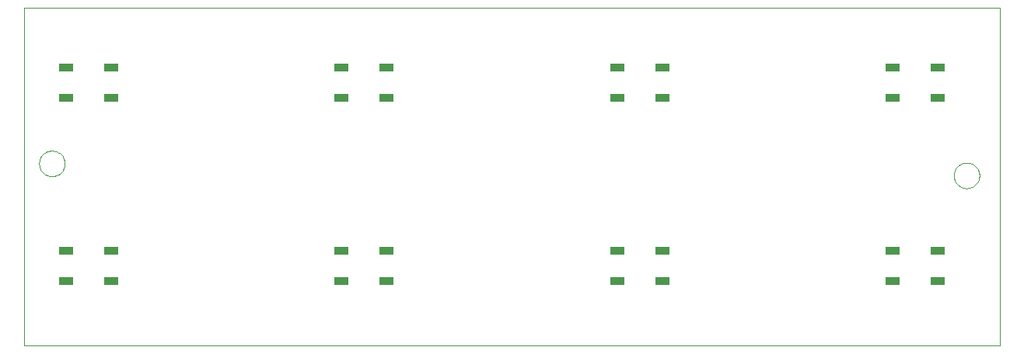
<source format=gtp>
G75*
%MOIN*%
%OFA0B0*%
%FSLAX24Y24*%
%IPPOS*%
%LPD*%
%AMOC8*
5,1,8,0,0,1.08239X$1,22.5*
%
%ADD10C,0.0000*%
%ADD11R,0.0591X0.0354*%
D10*
X000680Y001499D02*
X000680Y015995D01*
X042495Y015995D01*
X042495Y001499D01*
X000680Y001499D01*
X001310Y009314D02*
X001312Y009361D01*
X001318Y009407D01*
X001328Y009453D01*
X001341Y009498D01*
X001359Y009541D01*
X001380Y009583D01*
X001404Y009623D01*
X001432Y009660D01*
X001463Y009695D01*
X001497Y009728D01*
X001533Y009757D01*
X001572Y009783D01*
X001613Y009806D01*
X001656Y009825D01*
X001700Y009841D01*
X001745Y009853D01*
X001791Y009861D01*
X001838Y009865D01*
X001884Y009865D01*
X001931Y009861D01*
X001977Y009853D01*
X002022Y009841D01*
X002066Y009825D01*
X002109Y009806D01*
X002150Y009783D01*
X002189Y009757D01*
X002225Y009728D01*
X002259Y009695D01*
X002290Y009660D01*
X002318Y009623D01*
X002342Y009583D01*
X002363Y009541D01*
X002381Y009498D01*
X002394Y009453D01*
X002404Y009407D01*
X002410Y009361D01*
X002412Y009314D01*
X002410Y009267D01*
X002404Y009221D01*
X002394Y009175D01*
X002381Y009130D01*
X002363Y009087D01*
X002342Y009045D01*
X002318Y009005D01*
X002290Y008968D01*
X002259Y008933D01*
X002225Y008900D01*
X002189Y008871D01*
X002150Y008845D01*
X002109Y008822D01*
X002066Y008803D01*
X002022Y008787D01*
X001977Y008775D01*
X001931Y008767D01*
X001884Y008763D01*
X001838Y008763D01*
X001791Y008767D01*
X001745Y008775D01*
X001700Y008787D01*
X001656Y008803D01*
X001613Y008822D01*
X001572Y008845D01*
X001533Y008871D01*
X001497Y008900D01*
X001463Y008933D01*
X001432Y008968D01*
X001404Y009005D01*
X001380Y009045D01*
X001359Y009087D01*
X001341Y009130D01*
X001328Y009175D01*
X001318Y009221D01*
X001312Y009267D01*
X001310Y009314D01*
X040523Y008802D02*
X040525Y008849D01*
X040531Y008895D01*
X040541Y008941D01*
X040554Y008986D01*
X040572Y009029D01*
X040593Y009071D01*
X040617Y009111D01*
X040645Y009148D01*
X040676Y009183D01*
X040710Y009216D01*
X040746Y009245D01*
X040785Y009271D01*
X040826Y009294D01*
X040869Y009313D01*
X040913Y009329D01*
X040958Y009341D01*
X041004Y009349D01*
X041051Y009353D01*
X041097Y009353D01*
X041144Y009349D01*
X041190Y009341D01*
X041235Y009329D01*
X041279Y009313D01*
X041322Y009294D01*
X041363Y009271D01*
X041402Y009245D01*
X041438Y009216D01*
X041472Y009183D01*
X041503Y009148D01*
X041531Y009111D01*
X041555Y009071D01*
X041576Y009029D01*
X041594Y008986D01*
X041607Y008941D01*
X041617Y008895D01*
X041623Y008849D01*
X041625Y008802D01*
X041623Y008755D01*
X041617Y008709D01*
X041607Y008663D01*
X041594Y008618D01*
X041576Y008575D01*
X041555Y008533D01*
X041531Y008493D01*
X041503Y008456D01*
X041472Y008421D01*
X041438Y008388D01*
X041402Y008359D01*
X041363Y008333D01*
X041322Y008310D01*
X041279Y008291D01*
X041235Y008275D01*
X041190Y008263D01*
X041144Y008255D01*
X041097Y008251D01*
X041051Y008251D01*
X041004Y008255D01*
X040958Y008263D01*
X040913Y008275D01*
X040869Y008291D01*
X040826Y008310D01*
X040785Y008333D01*
X040746Y008359D01*
X040710Y008388D01*
X040676Y008421D01*
X040645Y008456D01*
X040617Y008493D01*
X040593Y008533D01*
X040572Y008575D01*
X040554Y008618D01*
X040541Y008663D01*
X040531Y008709D01*
X040525Y008755D01*
X040523Y008802D01*
D11*
X039834Y005554D03*
X037904Y005554D03*
X037904Y004255D03*
X039834Y004255D03*
X028023Y004255D03*
X026093Y004255D03*
X026093Y005554D03*
X028023Y005554D03*
X016211Y005554D03*
X014282Y005554D03*
X014282Y004255D03*
X016211Y004255D03*
X004400Y004255D03*
X002471Y004255D03*
X002471Y005554D03*
X004400Y005554D03*
X004400Y012129D03*
X002471Y012129D03*
X002471Y013428D03*
X004400Y013428D03*
X014282Y013428D03*
X016211Y013428D03*
X016211Y012129D03*
X014282Y012129D03*
X026093Y012129D03*
X028023Y012129D03*
X028023Y013428D03*
X026093Y013428D03*
X037904Y013428D03*
X039834Y013428D03*
X039834Y012129D03*
X037904Y012129D03*
M02*

</source>
